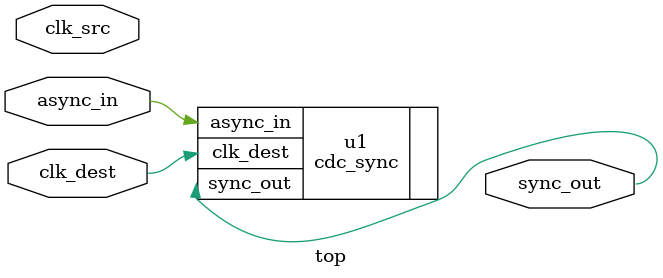
<source format=v>
module top (
    input  wire clk_src,
    input  wire clk_dest,
    input  wire async_in,
    output wire sync_out
);
    cdc_sync u1 (
        .clk_dest(clk_dest),
        .async_in(async_in),
        .sync_out(sync_out)
    );
endmodule

</source>
